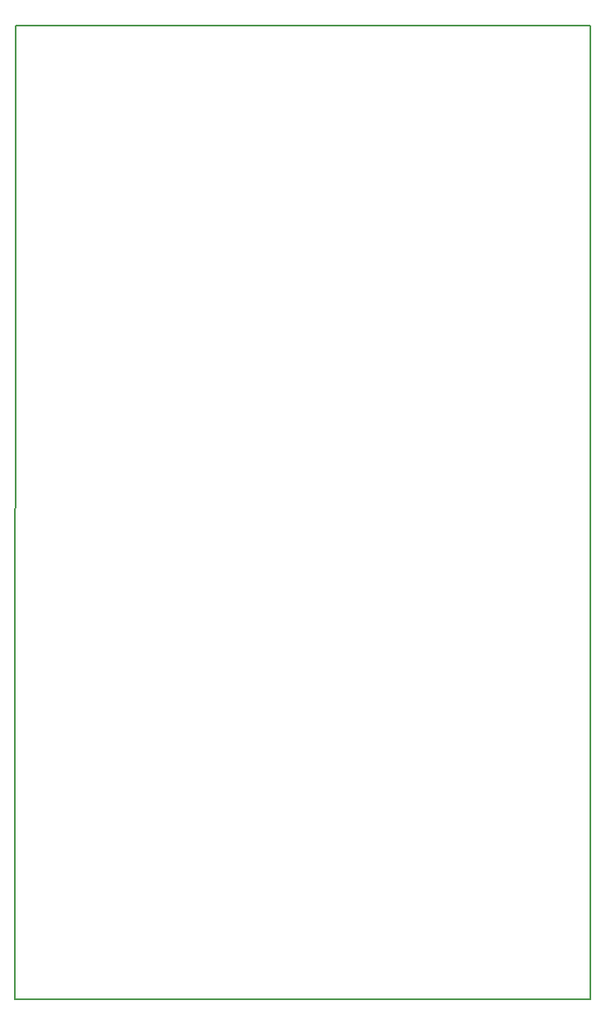
<source format=gbr>
G04 #@! TF.GenerationSoftware,KiCad,Pcbnew,(5.1.5)-3*
G04 #@! TF.CreationDate,2020-08-20T12:00:54-05:00*
G04 #@! TF.ProjectId,Cheap FOCer 2 60mm,43686561-7020-4464-9f43-657220322036,0.9*
G04 #@! TF.SameCoordinates,PX6979f40PYa1135a0*
G04 #@! TF.FileFunction,Profile,NP*
%FSLAX46Y46*%
G04 Gerber Fmt 4.6, Leading zero omitted, Abs format (unit mm)*
G04 Created by KiCad (PCBNEW (5.1.5)-3) date 2020-08-20 12:00:54*
%MOMM*%
%LPD*%
G04 APERTURE LIST*
%ADD10C,0.150000*%
G04 APERTURE END LIST*
D10*
X59100000Y99900000D02*
X25000Y99900000D01*
X0Y0D02*
X59100000Y0D01*
X25000Y99900000D02*
X0Y0D01*
X59100000Y0D02*
X59100000Y99900000D01*
M02*

</source>
